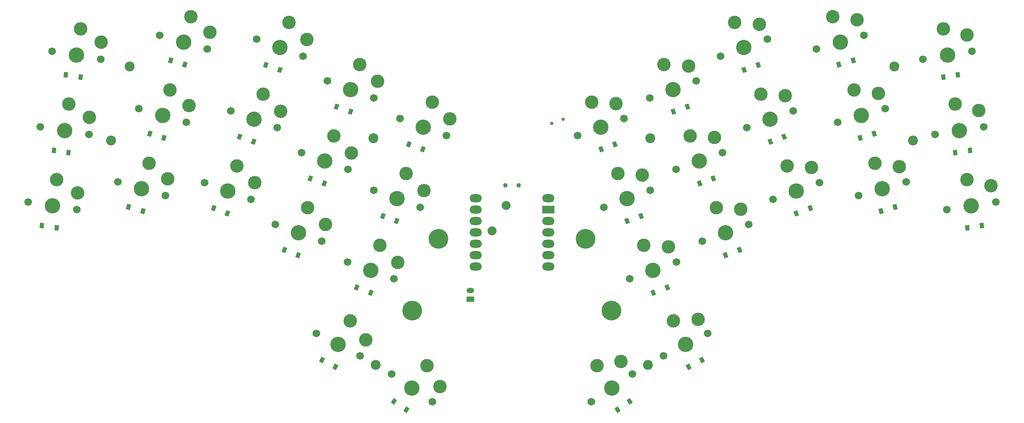
<source format=gts>
%TF.GenerationSoftware,KiCad,Pcbnew,7.0.5-0*%
%TF.CreationDate,2023-06-28T16:40:39-04:00*%
%TF.ProjectId,regret,72656772-6574-42e6-9b69-6361645f7063,1*%
%TF.SameCoordinates,Original*%
%TF.FileFunction,Soldermask,Top*%
%TF.FilePolarity,Negative*%
%FSLAX46Y46*%
G04 Gerber Fmt 4.6, Leading zero omitted, Abs format (unit mm)*
G04 Created by KiCad (PCBNEW 7.0.5-0) date 2023-06-28 16:40:39*
%MOMM*%
%LPD*%
G01*
G04 APERTURE LIST*
G04 Aperture macros list*
%AMRotRect*
0 Rectangle, with rotation*
0 The origin of the aperture is its center*
0 $1 length*
0 $2 width*
0 $3 Rotation angle, in degrees counterclockwise*
0 Add horizontal line*
21,1,$1,$2,0,0,$3*%
G04 Aperture macros list end*
%ADD10C,1.000000*%
%ADD11C,2.200000*%
%ADD12RotRect,0.900000X1.200000X16.000000*%
%ADD13C,1.701800*%
%ADD14C,3.000000*%
%ADD15C,3.429000*%
%ADD16RotRect,0.900000X1.200000X20.000000*%
%ADD17C,4.400000*%
%ADD18O,2.750000X1.800000*%
%ADD19R,2.750000X1.800000*%
%ADD20C,2.000000*%
%ADD21RotRect,0.900000X1.200000X9.000000*%
%ADD22RotRect,0.900000X1.200000X27.000000*%
%ADD23RotRect,0.900000X1.200000X340.000000*%
%ADD24RotRect,0.900000X1.200000X34.000000*%
%ADD25RotRect,0.900000X1.200000X326.000000*%
%ADD26RotRect,0.900000X1.200000X351.000000*%
%ADD27R,1.700000X1.200000*%
%ADD28O,1.700000X1.200000*%
%ADD29RotRect,0.900000X1.200000X344.000000*%
%ADD30RotRect,0.900000X1.200000X333.000000*%
%ADD31C,0.750000*%
G04 APERTURE END LIST*
D10*
X216586171Y-116741899D03*
X219586171Y-116741899D03*
D11*
X307349064Y-106756118D03*
D12*
X290897739Y-89835233D03*
X294069903Y-88925629D03*
D13*
X174502728Y-149764059D03*
D14*
X182104507Y-146959518D03*
D15*
X179403264Y-152261007D03*
D14*
X185560761Y-151189685D03*
D13*
X184303800Y-154757955D03*
D12*
X295583576Y-106176683D03*
X298755740Y-105267079D03*
D13*
X187309538Y-117860785D03*
D14*
X194512867Y-114150725D03*
D15*
X192477847Y-119741896D03*
D14*
X198458886Y-117928149D03*
D13*
X197646156Y-121623007D03*
X254628348Y-113234871D03*
D14*
X257761637Y-105762589D03*
D15*
X259796657Y-111353760D03*
D14*
X263212545Y-106119812D03*
D13*
X264964966Y-109472649D03*
D16*
X259853662Y-116334655D03*
X262954648Y-115205989D03*
D13*
X171207371Y-109472652D03*
D14*
X178410700Y-105762592D03*
D15*
X176375680Y-111353763D03*
D14*
X182356719Y-109540016D03*
D13*
X181543989Y-113234874D03*
X285901390Y-86378503D03*
D14*
X289548287Y-79142991D03*
D15*
X291188329Y-84862498D03*
D14*
X294960997Y-79879580D03*
D13*
X296475268Y-83346493D03*
D16*
X265668004Y-132309431D03*
X268768990Y-131180765D03*
D11*
X248902095Y-106273550D03*
D13*
X312273570Y-105403324D03*
D14*
X316775071Y-98666188D03*
D15*
X317705856Y-104542934D03*
D14*
X322057668Y-100056930D03*
D13*
X323138142Y-103682544D03*
X161261556Y-84170055D03*
D14*
X168464885Y-80459995D03*
D15*
X166429865Y-86051166D03*
D14*
X172410904Y-84237419D03*
D13*
X171598174Y-87932277D03*
X276202838Y-119881824D03*
D14*
X279336127Y-112409542D03*
D15*
X281371147Y-118000713D03*
D14*
X284787035Y-112766765D03*
D13*
X286539456Y-116119602D03*
D17*
X234448704Y-128694025D03*
D18*
X209991176Y-119621899D03*
X209991176Y-122161899D03*
X209991176Y-124701899D03*
X209991176Y-127241899D03*
X209991176Y-129781899D03*
X209991176Y-132321899D03*
X209991176Y-134861899D03*
X226181176Y-134861899D03*
X226181176Y-132321899D03*
X226181176Y-129781899D03*
X226181176Y-127241899D03*
X226181176Y-124701899D03*
D19*
X226181176Y-122161899D03*
D18*
X226181176Y-119621899D03*
D20*
X216816176Y-121209899D03*
X213641176Y-126924899D03*
D13*
X130325401Y-116029401D03*
D14*
X137252382Y-111825899D03*
D15*
X135612340Y-117545406D03*
D14*
X141452289Y-115318861D03*
D13*
X140899279Y-119061411D03*
D21*
X314152029Y-92652482D03*
X317411401Y-92136248D03*
D22*
X257432674Y-157197816D03*
X260372996Y-155699648D03*
D23*
X179032041Y-99231216D03*
X182133027Y-100359882D03*
D11*
X303239988Y-90249286D03*
D24*
X241602150Y-166756513D03*
X244337974Y-164911177D03*
D13*
X115693575Y-86891839D03*
D14*
X122056646Y-81875483D03*
D15*
X121125861Y-87752229D03*
D14*
X126650932Y-84830570D03*
D13*
X126558147Y-88612619D03*
D21*
X316811418Y-109443181D03*
X320070790Y-108926947D03*
D11*
X187769129Y-156840697D03*
D13*
X290587226Y-102719959D03*
D14*
X294234123Y-95484447D03*
D15*
X295874165Y-101203954D03*
D14*
X299646833Y-96221036D03*
D13*
X301161104Y-99687949D03*
D16*
X249565831Y-140697559D03*
X252666817Y-139568893D03*
D13*
X113034189Y-103682540D03*
D14*
X119397260Y-98666184D03*
D15*
X118466475Y-104542930D03*
D14*
X123991546Y-101621271D03*
D13*
X123898761Y-105403320D03*
D23*
X195134209Y-107619346D03*
X198235195Y-108748012D03*
D25*
X191834356Y-164911187D03*
X194570180Y-166756523D03*
D13*
X309614188Y-88612619D03*
D14*
X314115689Y-81875483D03*
D15*
X315046474Y-87752229D03*
D14*
X319398286Y-83266225D03*
D13*
X320478760Y-86891839D03*
D26*
X113442159Y-125717653D03*
X116701531Y-126233887D03*
D23*
X157457545Y-105878164D03*
X160558531Y-107006830D03*
D27*
X208836176Y-142191892D03*
D28*
X208836176Y-140191892D03*
D17*
X195909285Y-144668793D03*
D26*
X118760941Y-92136248D03*
X122020313Y-92652482D03*
D13*
X264574151Y-87932277D03*
D14*
X267707440Y-80459995D03*
D15*
X269742460Y-86051166D03*
D14*
X273158348Y-80817218D03*
D13*
X274910769Y-84170055D03*
X314932962Y-122194029D03*
D14*
X319434463Y-115456893D03*
D15*
X320365248Y-121333639D03*
D14*
X324717060Y-116847635D03*
D13*
X325797534Y-120473249D03*
D23*
X151643202Y-121852944D03*
X154744188Y-122981610D03*
D12*
X300269409Y-122518135D03*
X303441573Y-121608531D03*
D13*
X165393031Y-125447428D03*
D14*
X172596360Y-121737368D03*
D15*
X170561340Y-127328539D03*
D14*
X176542379Y-125514792D03*
D13*
X175729649Y-129209650D03*
D21*
X319470806Y-126233883D03*
X322730178Y-125717649D03*
D17*
X240263049Y-144668793D03*
D13*
X110374805Y-120473248D03*
D14*
X116737876Y-115456892D03*
D15*
X115807091Y-121333638D03*
D14*
X121332162Y-118411979D03*
D13*
X121239377Y-122194028D03*
D16*
X269799467Y-91032056D03*
X272900453Y-89903390D03*
X237937148Y-108748012D03*
X241038134Y-107619346D03*
D11*
X248403211Y-156840699D03*
D29*
X137416604Y-105267075D03*
X140588768Y-106176679D03*
X132730769Y-121608531D03*
X135902933Y-122518135D03*
D16*
X254039320Y-100359877D03*
X257140306Y-99231211D03*
D13*
X251868546Y-154757954D03*
D14*
X254067839Y-146959517D03*
D15*
X256769082Y-152261006D03*
D14*
X259521650Y-146649779D03*
D13*
X261669618Y-149764058D03*
D23*
X173217696Y-115205989D03*
X176318682Y-116334655D03*
D13*
X193123882Y-101886009D03*
D14*
X200327211Y-98175949D03*
D15*
X198292191Y-103767120D03*
D14*
X204273230Y-101953373D03*
D13*
X203460500Y-105648231D03*
X177021712Y-93497874D03*
D14*
X184225041Y-89787814D03*
D15*
X182190021Y-95378985D03*
D14*
X188171060Y-93565238D03*
D13*
X187358330Y-97260096D03*
X260442694Y-129209654D03*
D14*
X263575983Y-121737372D03*
D15*
X265611003Y-127328543D03*
D14*
X269026891Y-122094595D03*
D13*
X270779312Y-125447432D03*
D23*
X189319860Y-123594119D03*
X192420846Y-124722785D03*
D13*
X181495195Y-133835556D03*
D14*
X188698524Y-130125496D03*
D15*
X186663504Y-135716667D03*
D14*
X192644543Y-133902920D03*
D13*
X191831813Y-137597778D03*
D16*
X243751488Y-124722791D03*
X246852474Y-123594125D03*
D13*
X295273058Y-119061404D03*
D14*
X298919955Y-111825892D03*
D15*
X300559997Y-117545399D03*
D14*
X304332665Y-112562481D03*
D13*
X305846936Y-116029394D03*
D17*
X201723629Y-128694025D03*
D23*
X183505516Y-139568889D03*
X186606502Y-140697555D03*
D26*
X116101549Y-108926949D03*
X119360921Y-109443183D03*
D30*
X175799339Y-155699649D03*
X178739661Y-157197817D03*
D13*
X155447222Y-100144824D03*
D14*
X162650551Y-96434764D03*
D15*
X160615531Y-102025935D03*
D14*
X166596570Y-100212188D03*
D13*
X165783840Y-103907046D03*
X232711842Y-105648230D03*
D14*
X235845131Y-98175948D03*
D15*
X237880151Y-103767119D03*
D14*
X241296039Y-98533171D03*
D13*
X243048460Y-101886008D03*
X149632879Y-116119601D03*
D14*
X156836208Y-112409541D03*
D15*
X154801188Y-118000712D03*
D14*
X160782227Y-116186965D03*
D13*
X159969497Y-119881823D03*
X235782157Y-165012936D03*
D14*
X237014666Y-157004601D03*
D15*
X240341864Y-161937375D03*
D14*
X242390078Y-156032520D03*
D13*
X244901571Y-158861814D03*
X244340524Y-137597783D03*
D14*
X247473813Y-130125501D03*
D15*
X249508833Y-135716672D03*
D14*
X252924721Y-130482724D03*
D13*
X254677142Y-133835561D03*
X238526176Y-121623010D03*
D14*
X241659465Y-114150728D03*
D15*
X243694485Y-119741899D03*
D14*
X247110373Y-114507951D03*
D13*
X248862794Y-117860788D03*
X139697067Y-83346503D03*
D14*
X146624048Y-79143001D03*
D15*
X144984006Y-84862508D03*
D14*
X150823955Y-82635963D03*
D13*
X150270945Y-86378513D03*
X248814008Y-97260094D03*
D14*
X251947297Y-89787812D03*
D15*
X253982317Y-95378983D03*
D14*
X257398205Y-90145035D03*
D13*
X259150626Y-93497872D03*
D16*
X275613806Y-107006828D03*
X278714792Y-105878162D03*
D11*
X187270243Y-106273543D03*
D29*
X142102435Y-88925635D03*
X145274599Y-89835239D03*
D16*
X281428151Y-122981601D03*
X284529137Y-121852935D03*
D13*
X135011233Y-99687954D03*
D14*
X141938214Y-95484452D03*
D15*
X140298172Y-101203959D03*
D14*
X146138121Y-98977414D03*
D13*
X145585111Y-102719964D03*
D23*
X163271887Y-89903385D03*
X166372873Y-91032051D03*
D13*
X191270773Y-158861819D03*
D14*
X199157678Y-157004606D03*
D15*
X195830480Y-161937380D03*
D14*
X202072641Y-161624454D03*
D13*
X200390187Y-165012941D03*
D23*
X167403348Y-131180761D03*
X170504334Y-132309427D03*
D11*
X132932353Y-90249289D03*
X128823276Y-106756117D03*
D13*
X270388496Y-103907053D03*
D14*
X273521785Y-96434771D03*
D15*
X275556805Y-102025942D03*
D14*
X278972693Y-96791994D03*
D13*
X280725114Y-100144831D03*
D31*
X226909628Y-102978735D03*
X229493782Y-102038179D03*
M02*

</source>
